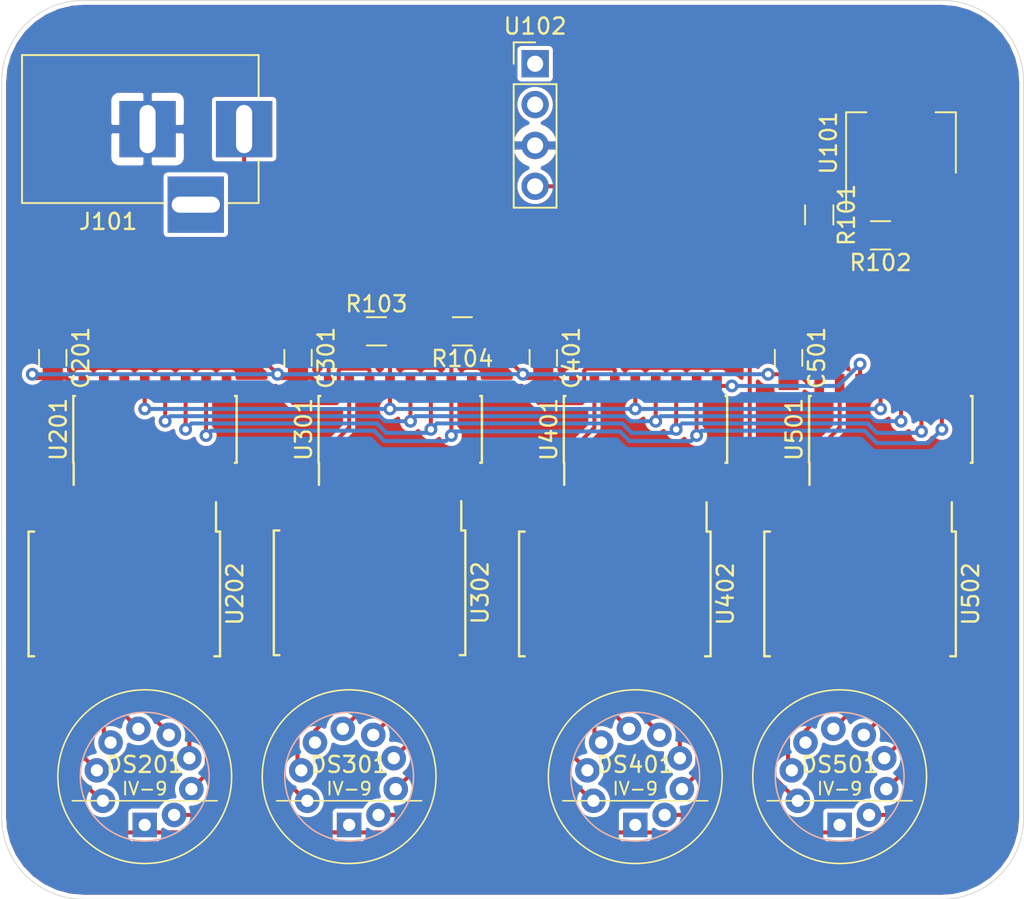
<source format=kicad_pcb>
(kicad_pcb (version 20171130) (host pcbnew "(5.1.2)-2")
  (layers (0 F.Cu signal) (31 B.Cu signal) (34 B.Paste user) (35 F.Paste user) (36 B.SilkS user) (37 F.SilkS user) (38 B.Mask user) (39 F.Mask user) (44 Edge.Cuts user))
  (net 0 "")
  (net 1 GND)
  (net 2 VCC)
  (net 3 "Net-(DS201-Pad9)")
  (net 4 "Net-(DS201-Pad8)")
  (net 5 "Net-(DS201-Pad7)")
  (net 6 "Net-(DS201-Pad6)")
  (net 7 "Net-(DS201-Pad5)")
  (net 8 "Net-(DS201-Pad4)")
  (net 9 "Net-(DS201-Pad3)")
  (net 10 "Net-(DS201-Pad2)")
  (net 11 VD)
  (net 12 "Net-(DS301-Pad9)")
  (net 13 "Net-(DS301-Pad8)")
  (net 14 "Net-(DS301-Pad7)")
  (net 15 "Net-(DS301-Pad6)")
  (net 16 "Net-(DS301-Pad5)")
  (net 17 "Net-(DS301-Pad4)")
  (net 18 "Net-(DS301-Pad3)")
  (net 19 "Net-(DS301-Pad2)")
  (net 20 "Net-(DS401-Pad2)")
  (net 21 "Net-(DS401-Pad3)")
  (net 22 "Net-(DS401-Pad4)")
  (net 23 "Net-(DS401-Pad5)")
  (net 24 "Net-(DS401-Pad6)")
  (net 25 "Net-(DS401-Pad7)")
  (net 26 "Net-(DS401-Pad8)")
  (net 27 "Net-(DS401-Pad9)")
  (net 28 "Net-(DS501-Pad2)")
  (net 29 "Net-(DS501-Pad3)")
  (net 30 "Net-(DS501-Pad4)")
  (net 31 "Net-(DS501-Pad5)")
  (net 32 "Net-(DS501-Pad6)")
  (net 33 "Net-(DS501-Pad7)")
  (net 34 "Net-(DS501-Pad8)")
  (net 35 "Net-(DS501-Pad9)")
  (net 36 "Net-(J101-Pad3)")
  (net 37 "Net-(R101-Pad1)")
  (net 38 /DigitA/~OE)
  (net 39 /DigitA/~SRCLR)
  (net 40 "Net-(U102-Pad1)")
  (net 41 "Net-(U102-Pad2)")
  (net 42 "Net-(U201-Pad1)")
  (net 43 "Net-(U201-Pad2)")
  (net 44 "Net-(U201-Pad3)")
  (net 45 "Net-(U201-Pad4)")
  (net 46 "Net-(U201-Pad5)")
  (net 47 "Net-(U201-Pad6)")
  (net 48 "Net-(U201-Pad7)")
  (net 49 /DigitA/CASC)
  (net 50 /DigitA/SRCLK)
  (net 51 /DigitA/RCLK)
  (net 52 /DigitA/SER)
  (net 53 "Net-(U201-Pad15)")
  (net 54 "Net-(U301-Pad15)")
  (net 55 /DigitB/CASC)
  (net 56 "Net-(U301-Pad7)")
  (net 57 "Net-(U301-Pad6)")
  (net 58 "Net-(U301-Pad5)")
  (net 59 "Net-(U301-Pad4)")
  (net 60 "Net-(U301-Pad3)")
  (net 61 "Net-(U301-Pad2)")
  (net 62 "Net-(U301-Pad1)")
  (net 63 "Net-(U401-Pad15)")
  (net 64 /DigitC/CASC)
  (net 65 "Net-(U401-Pad7)")
  (net 66 "Net-(U401-Pad6)")
  (net 67 "Net-(U401-Pad5)")
  (net 68 "Net-(U401-Pad4)")
  (net 69 "Net-(U401-Pad3)")
  (net 70 "Net-(U401-Pad2)")
  (net 71 "Net-(U401-Pad1)")
  (net 72 "Net-(U501-Pad1)")
  (net 73 "Net-(U501-Pad2)")
  (net 74 "Net-(U501-Pad3)")
  (net 75 "Net-(U501-Pad4)")
  (net 76 "Net-(U501-Pad5)")
  (net 77 "Net-(U501-Pad6)")
  (net 78 "Net-(U501-Pad7)")
  (net 79 /DigitD/CASC)
  (net 80 "Net-(U501-Pad15)")
  (module Capacitors_SMD:C_0805_HandSoldering (layer F.Cu) (at 94.615 60.325 270)
    (fp_text reference C201 (at 0 -1.75 90) (layer F.SilkS))
    (fp_text value 0μ1)
    (pad 1 smd rect (at -1.25 0 270) (size 1.5 1.25) (layers F.Cu F.Paste F.Mask) (net 1 GND))
    (pad 2 smd rect (at 1.25 0 270) (size 1.5 1.25) (layers F.Cu F.Paste F.Mask) (net 2 VCC))
  )
  (module Capacitors_SMD:C_0805_HandSoldering (layer F.Cu) (at 109.855 60.325 270)
    (fp_text reference C301 (at 0 -1.75 90) (layer F.SilkS))
    (fp_text value 0μ1)
    (pad 2 smd rect (at 1.25 0 270) (size 1.5 1.25) (layers F.Cu F.Paste F.Mask) (net 2 VCC))
    (pad 1 smd rect (at -1.25 0 270) (size 1.5 1.25) (layers F.Cu F.Paste F.Mask) (net 1 GND))
  )
  (module Capacitors_SMD:C_0805_HandSoldering (layer F.Cu) (at 125.095 60.325 270)
    (fp_text reference C401 (at 0 -1.75 90) (layer F.SilkS))
    (fp_text value 0μ1)
    (pad 2 smd rect (at 1.25 0 270) (size 1.5 1.25) (layers F.Cu F.Paste F.Mask) (net 2 VCC))
    (pad 1 smd rect (at -1.25 0 270) (size 1.5 1.25) (layers F.Cu F.Paste F.Mask) (net 1 GND))
  )
  (module Capacitors_SMD:C_0805_HandSoldering (layer F.Cu) (at 140.335 60.325 270)
    (fp_text reference C501 (at 0 -1.75 90) (layer F.SilkS))
    (fp_text value 0μ1)
    (pad 1 smd rect (at -1.25 0 270) (size 1.5 1.25) (layers F.Cu F.Paste F.Mask) (net 1 GND))
    (pad 2 smd rect (at 1.25 0 270) (size 1.5 1.25) (layers F.Cu F.Paste F.Mask) (net 2 VCC))
  )
  (module Own:IV-9 (layer F.Cu) (at 100.33 86.36)
    (fp_text reference DS201 (at 0 -0.75 180) (layer F.SilkS))
    (fp_text value IV-9 (at 0 0.75 180) (layer F.SilkS) (effects (font (size 0.8 0.8) (thickness 0.12))))
    (pad 9 thru_hole circle (at -2.598076 1.5 180) (size 1.524 1.524) (drill 0.762) (layers *.Cu *.Mask) (net 3 "Net-(DS201-Pad9)"))
    (pad 8 thru_hole circle (at -2.974335 -0.391579 180) (size 1.524 1.524) (drill 0.762) (layers *.Cu *.Mask) (net 4 "Net-(DS201-Pad8)"))
    (pad 7 thru_hole circle (at -2.12132 -2.12132 180) (size 1.524 1.524) (drill 0.762) (layers *.Cu *.Mask) (net 5 "Net-(DS201-Pad7)"))
    (pad 6 thru_hole circle (at -0.391579 -2.974335 180) (size 1.524 1.524) (drill 0.762) (layers *.Cu *.Mask) (net 6 "Net-(DS201-Pad6)"))
    (pad 5 thru_hole circle (at 1.5 -2.598076 180) (size 1.524 1.524) (drill 0.762) (layers *.Cu *.Mask) (net 7 "Net-(DS201-Pad5)"))
    (pad 4 thru_hole circle (at 2.771639 -1.14805 180) (size 1.524 1.524) (drill 0.762) (layers *.Cu *.Mask) (net 8 "Net-(DS201-Pad4)"))
    (pad 3 thru_hole circle (at 2.897777 0.776457 180) (size 1.524 1.524) (drill 0.762) (layers *.Cu *.Mask) (net 9 "Net-(DS201-Pad3)"))
    (pad 2 thru_hole circle (at 1.826284 2.38006 180) (size 1.524 1.524) (drill 0.762) (layers *.Cu *.Mask) (net 10 "Net-(DS201-Pad2)"))
    (pad 1 thru_hole rect (at 0 3 180) (size 1.524 1.524) (drill 0.762) (layers *.Cu *.Mask) (net 11 VD))
  )
  (module Own:IV-9 (layer F.Cu) (at 113.03 86.36)
    (fp_text reference DS301 (at 0 -0.75 180) (layer F.SilkS))
    (fp_text value IV-9 (at 0 0.75 180) (layer F.SilkS) (effects (font (size 0.8 0.8) (thickness 0.12))))
    (pad 9 thru_hole circle (at -2.598076 1.5 180) (size 1.524 1.524) (drill 0.762) (layers *.Cu *.Mask) (net 12 "Net-(DS301-Pad9)"))
    (pad 8 thru_hole circle (at -2.974335 -0.391579 180) (size 1.524 1.524) (drill 0.762) (layers *.Cu *.Mask) (net 13 "Net-(DS301-Pad8)"))
    (pad 7 thru_hole circle (at -2.12132 -2.12132 180) (size 1.524 1.524) (drill 0.762) (layers *.Cu *.Mask) (net 14 "Net-(DS301-Pad7)"))
    (pad 6 thru_hole circle (at -0.391579 -2.974335 180) (size 1.524 1.524) (drill 0.762) (layers *.Cu *.Mask) (net 15 "Net-(DS301-Pad6)"))
    (pad 5 thru_hole circle (at 1.5 -2.598076 180) (size 1.524 1.524) (drill 0.762) (layers *.Cu *.Mask) (net 16 "Net-(DS301-Pad5)"))
    (pad 4 thru_hole circle (at 2.771639 -1.14805 180) (size 1.524 1.524) (drill 0.762) (layers *.Cu *.Mask) (net 17 "Net-(DS301-Pad4)"))
    (pad 3 thru_hole circle (at 2.897777 0.776457 180) (size 1.524 1.524) (drill 0.762) (layers *.Cu *.Mask) (net 18 "Net-(DS301-Pad3)"))
    (pad 2 thru_hole circle (at 1.826284 2.38006 180) (size 1.524 1.524) (drill 0.762) (layers *.Cu *.Mask) (net 19 "Net-(DS301-Pad2)"))
    (pad 1 thru_hole rect (at 0 3 180) (size 1.524 1.524) (drill 0.762) (layers *.Cu *.Mask) (net 11 VD))
  )
  (module Own:IV-9 (layer F.Cu) (at 130.81 86.36)
    (fp_text reference DS401 (at 0 -0.75 180) (layer F.SilkS))
    (fp_text value IV-9 (at 0 0.75 180) (layer F.SilkS) (effects (font (size 0.8 0.8) (thickness 0.12))))
    (pad 1 thru_hole rect (at 0 3 180) (size 1.524 1.524) (drill 0.762) (layers *.Cu *.Mask) (net 11 VD))
    (pad 2 thru_hole circle (at 1.826284 2.38006 180) (size 1.524 1.524) (drill 0.762) (layers *.Cu *.Mask) (net 20 "Net-(DS401-Pad2)"))
    (pad 3 thru_hole circle (at 2.897777 0.776457 180) (size 1.524 1.524) (drill 0.762) (layers *.Cu *.Mask) (net 21 "Net-(DS401-Pad3)"))
    (pad 4 thru_hole circle (at 2.771639 -1.14805 180) (size 1.524 1.524) (drill 0.762) (layers *.Cu *.Mask) (net 22 "Net-(DS401-Pad4)"))
    (pad 5 thru_hole circle (at 1.5 -2.598076 180) (size 1.524 1.524) (drill 0.762) (layers *.Cu *.Mask) (net 23 "Net-(DS401-Pad5)"))
    (pad 6 thru_hole circle (at -0.391579 -2.974335 180) (size 1.524 1.524) (drill 0.762) (layers *.Cu *.Mask) (net 24 "Net-(DS401-Pad6)"))
    (pad 7 thru_hole circle (at -2.12132 -2.12132 180) (size 1.524 1.524) (drill 0.762) (layers *.Cu *.Mask) (net 25 "Net-(DS401-Pad7)"))
    (pad 8 thru_hole circle (at -2.974335 -0.391579 180) (size 1.524 1.524) (drill 0.762) (layers *.Cu *.Mask) (net 26 "Net-(DS401-Pad8)"))
    (pad 9 thru_hole circle (at -2.598076 1.5 180) (size 1.524 1.524) (drill 0.762) (layers *.Cu *.Mask) (net 27 "Net-(DS401-Pad9)"))
  )
  (module Own:IV-9 (layer F.Cu) (at 143.51 86.36)
    (fp_text reference DS501 (at 0 -0.75 180) (layer F.SilkS))
    (fp_text value IV-9 (at 0 0.75 180) (layer F.SilkS) (effects (font (size 0.8 0.8) (thickness 0.12))))
    (pad 1 thru_hole rect (at 0 3 180) (size 1.524 1.524) (drill 0.762) (layers *.Cu *.Mask) (net 11 VD))
    (pad 2 thru_hole circle (at 1.826284 2.38006 180) (size 1.524 1.524) (drill 0.762) (layers *.Cu *.Mask) (net 28 "Net-(DS501-Pad2)"))
    (pad 3 thru_hole circle (at 2.897777 0.776457 180) (size 1.524 1.524) (drill 0.762) (layers *.Cu *.Mask) (net 29 "Net-(DS501-Pad3)"))
    (pad 4 thru_hole circle (at 2.771639 -1.14805 180) (size 1.524 1.524) (drill 0.762) (layers *.Cu *.Mask) (net 30 "Net-(DS501-Pad4)"))
    (pad 5 thru_hole circle (at 1.5 -2.598076 180) (size 1.524 1.524) (drill 0.762) (layers *.Cu *.Mask) (net 31 "Net-(DS501-Pad5)"))
    (pad 6 thru_hole circle (at -0.391579 -2.974335 180) (size 1.524 1.524) (drill 0.762) (layers *.Cu *.Mask) (net 32 "Net-(DS501-Pad6)"))
    (pad 7 thru_hole circle (at -2.12132 -2.12132 180) (size 1.524 1.524) (drill 0.762) (layers *.Cu *.Mask) (net 33 "Net-(DS501-Pad7)"))
    (pad 8 thru_hole circle (at -2.974335 -0.391579 180) (size 1.524 1.524) (drill 0.762) (layers *.Cu *.Mask) (net 34 "Net-(DS501-Pad8)"))
    (pad 9 thru_hole circle (at -2.598076 1.5 180) (size 1.524 1.524) (drill 0.762) (layers *.Cu *.Mask) (net 35 "Net-(DS501-Pad9)"))
  )
  (module Connectors:BARREL_JACK (layer F.Cu) (at 106.505 46.1)
    (fp_text reference J101 (at -8.45 5.75 180) (layer F.SilkS))
    (fp_text value Barrel_Jack_Switch)
    (pad 3 thru_hole rect (at -3 4.7) (size 3.5 3.5) (drill oval 3 1) (layers *.Cu *.Mask) (net 36 "Net-(J101-Pad3)"))
    (pad 2 thru_hole rect (at -6 0) (size 3.5 3.5) (drill oval 1 3) (layers *.Cu *.Mask) (net 1 GND))
    (pad 1 thru_hole rect (at 0 0) (size 3.5 3.5) (drill oval 1 3) (layers *.Cu *.Mask) (net 2 VCC))
  )
  (module Resistors_SMD:R_0805_HandSoldering (layer F.Cu) (at 142.24 51.435 270)
    (fp_text reference R101 (at 0 -1.7 90) (layer F.SilkS))
    (fp_text value 150)
    (pad 1 smd rect (at -1.35 0 270) (size 1.5 1.3) (layers F.Cu F.Paste F.Mask) (net 37 "Net-(R101-Pad1)"))
    (pad 2 smd rect (at 1.35 0 270) (size 1.5 1.3) (layers F.Cu F.Paste F.Mask) (net 1 GND))
  )
  (module Resistors_SMD:R_0805_HandSoldering (layer F.Cu) (at 146.05 52.705 180)
    (fp_text reference R102 (at 0 -1.7) (layer F.SilkS))
    (fp_text value 100)
    (pad 2 smd rect (at 1.35 0 180) (size 1.5 1.3) (layers F.Cu F.Paste F.Mask) (net 37 "Net-(R101-Pad1)"))
    (pad 1 smd rect (at -1.35 0 180) (size 1.5 1.3) (layers F.Cu F.Paste F.Mask) (net 11 VD))
  )
  (module Resistors_SMD:R_0805_HandSoldering (layer F.Cu) (at 114.728 58.674)
    (fp_text reference R103 (at 0 -1.7) (layer F.SilkS))
    (fp_text value 10k)
    (pad 2 smd rect (at 1.35 0) (size 1.5 1.3) (layers F.Cu F.Paste F.Mask) (net 38 /DigitA/~OE))
    (pad 1 smd rect (at -1.35 0) (size 1.5 1.3) (layers F.Cu F.Paste F.Mask) (net 2 VCC))
  )
  (module Resistors_SMD:R_0805_HandSoldering (layer F.Cu) (at 120.062 58.674 180)
    (fp_text reference R104 (at 0 -1.7) (layer F.SilkS))
    (fp_text value 10k)
    (pad 1 smd rect (at -1.35 0 180) (size 1.5 1.3) (layers F.Cu F.Paste F.Mask) (net 2 VCC))
    (pad 2 smd rect (at 1.35 0 180) (size 1.5 1.3) (layers F.Cu F.Paste F.Mask) (net 39 /DigitA/~SRCLR))
  )
  (module TO_SOT_Packages_SMD:SOT-223 (layer F.Cu) (at 147.32 46.965 90)
    (fp_text reference U101 (at 0 -4.5 90) (layer F.SilkS))
    (fp_text value AMS1117)
    (pad 1 smd rect (at -3.15 -2.3 90) (size 2 1.5) (layers F.Cu F.Paste F.Mask) (net 37 "Net-(R101-Pad1)"))
    (pad 3 smd rect (at -3.15 2.3 90) (size 2 1.5) (layers F.Cu F.Paste F.Mask) (net 2 VCC))
    (pad 2 smd rect (at -3.15 0 90) (size 2 1.5) (layers F.Cu F.Paste F.Mask) (net 11 VD))
    (pad 4 smd rect (at 3.15 0 90) (size 2 3.8) (layers F.Cu F.Paste F.Mask))
  )
  (module Own:DCF1 (layer F.Cu) (at 124.587 42.037)
    (fp_text reference U102 (at 0 -2.33) (layer F.SilkS))
    (fp_text value DCF1)
    (pad 1 thru_hole rect (at 0 0) (size 1.7 1.7) (drill 1) (layers *.Cu *.Mask) (net 40 "Net-(U102-Pad1)"))
    (pad 2 thru_hole oval (at 0 2.54) (size 1.7 1.7) (drill 1) (layers *.Cu *.Mask) (net 41 "Net-(U102-Pad2)"))
    (pad 3 thru_hole oval (at 0 5.08) (size 1.7 1.7) (drill 1) (layers *.Cu *.Mask) (net 1 GND))
    (pad 4 thru_hole oval (at 0 7.62) (size 1.7 1.7) (drill 1) (layers *.Cu *.Mask) (net 11 VD))
  )
  (module SOIC-16_3.9x9.9mm_Pitch1.27mm (layer F.Cu) (at 100.965 64.77 90)
    (fp_text reference U201 (at 0 -6 90) (layer F.SilkS))
    (fp_text value 74HC595)
    (pad 1 smd rect (at -2.7 -4.445 90) (size 1.5 0.6) (layers F.Cu F.Paste F.Mask) (net 42 "Net-(U201-Pad1)"))
    (pad 2 smd rect (at -2.7 -3.175 90) (size 1.5 0.6) (layers F.Cu F.Paste F.Mask) (net 43 "Net-(U201-Pad2)"))
    (pad 3 smd rect (at -2.7 -1.905 90) (size 1.5 0.6) (layers F.Cu F.Paste F.Mask) (net 44 "Net-(U201-Pad3)"))
    (pad 4 smd rect (at -2.7 -0.635 90) (size 1.5 0.6) (layers F.Cu F.Paste F.Mask) (net 45 "Net-(U201-Pad4)"))
    (pad 5 smd rect (at -2.7 0.635 90) (size 1.5 0.6) (layers F.Cu F.Paste F.Mask) (net 46 "Net-(U201-Pad5)"))
    (pad 6 smd rect (at -2.7 1.905 90) (size 1.5 0.6) (layers F.Cu F.Paste F.Mask) (net 47 "Net-(U201-Pad6)"))
    (pad 7 smd rect (at -2.7 3.175 90) (size 1.5 0.6) (layers F.Cu F.Paste F.Mask) (net 48 "Net-(U201-Pad7)"))
    (pad 8 smd rect (at -2.7 4.445 90) (size 1.5 0.6) (layers F.Cu F.Paste F.Mask) (net 1 GND))
    (pad 9 smd rect (at 2.7 4.445 90) (size 1.5 0.6) (layers F.Cu F.Paste F.Mask) (net 49 /DigitA/CASC))
    (pad 10 smd rect (at 2.7 3.175 90) (size 1.5 0.6) (layers F.Cu F.Paste F.Mask) (net 39 /DigitA/~SRCLR))
    (pad 11 smd rect (at 2.7 1.905 90) (size 1.5 0.6) (layers F.Cu F.Paste F.Mask) (net 50 /DigitA/SRCLK))
    (pad 12 smd rect (at 2.7 0.635 90) (size 1.5 0.6) (layers F.Cu F.Paste F.Mask) (net 51 /DigitA/RCLK))
    (pad 13 smd rect (at 2.7 -0.635 90) (size 1.5 0.6) (layers F.Cu F.Paste F.Mask) (net 38 /DigitA/~OE))
    (pad 14 smd rect (at 2.7 -1.905 90) (size 1.5 0.6) (layers F.Cu F.Paste F.Mask) (net 52 /DigitA/SER))
    (pad 15 smd rect (at 2.7 -3.175 90) (size 1.5 0.6) (layers F.Cu F.Paste F.Mask) (net 53 "Net-(U201-Pad15)"))
    (pad 16 smd rect (at 2.7 -4.445 90) (size 1.5 0.6) (layers F.Cu F.Paste F.Mask) (net 2 VCC))
  )
  (module Housings_SOIC:SOIC-18W_7.5x11.6mm_Pitch1.27mm (layer F.Cu) (at 99.06 75 270)
    (fp_text reference U202 (at 0 -6.875 90) (layer F.SilkS))
    (fp_text value ULN2803A)
    (pad 18 smd rect (at 4.7 -5.08 270) (size 2 0.6) (layers F.Cu F.Paste F.Mask) (net 10 "Net-(DS201-Pad2)"))
    (pad 17 smd rect (at 4.7 -3.81 270) (size 2 0.6) (layers F.Cu F.Paste F.Mask) (net 9 "Net-(DS201-Pad3)"))
    (pad 16 smd rect (at 4.7 -2.54 270) (size 2 0.6) (layers F.Cu F.Paste F.Mask) (net 8 "Net-(DS201-Pad4)"))
    (pad 15 smd rect (at 4.7 -1.27 270) (size 2 0.6) (layers F.Cu F.Paste F.Mask) (net 7 "Net-(DS201-Pad5)"))
    (pad 14 smd rect (at 4.7 0 270) (size 2 0.6) (layers F.Cu F.Paste F.Mask) (net 6 "Net-(DS201-Pad6)"))
    (pad 13 smd rect (at 4.7 1.27 270) (size 2 0.6) (layers F.Cu F.Paste F.Mask) (net 5 "Net-(DS201-Pad7)"))
    (pad 12 smd rect (at 4.7 2.54 270) (size 2 0.6) (layers F.Cu F.Paste F.Mask) (net 4 "Net-(DS201-Pad8)"))
    (pad 11 smd rect (at 4.7 3.81 270) (size 2 0.6) (layers F.Cu F.Paste F.Mask) (net 3 "Net-(DS201-Pad9)"))
    (pad 10 smd rect (at 4.7 5.08 270) (size 2 0.6) (layers F.Cu F.Paste F.Mask) (net 11 VD))
    (pad 9 smd rect (at -4.7 5.08 270) (size 2 0.6) (layers F.Cu F.Paste F.Mask) (net 1 GND))
    (pad 8 smd rect (at -4.7 3.81 270) (size 2 0.6) (layers F.Cu F.Paste F.Mask) (net 53 "Net-(U201-Pad15)"))
    (pad 7 smd rect (at -4.7 2.54 270) (size 2 0.6) (layers F.Cu F.Paste F.Mask) (net 42 "Net-(U201-Pad1)"))
    (pad 6 smd rect (at -4.7 1.27 270) (size 2 0.6) (layers F.Cu F.Paste F.Mask) (net 43 "Net-(U201-Pad2)"))
    (pad 5 smd rect (at -4.7 0 270) (size 2 0.6) (layers F.Cu F.Paste F.Mask) (net 44 "Net-(U201-Pad3)"))
    (pad 4 smd rect (at -4.7 -1.27 270) (size 2 0.6) (layers F.Cu F.Paste F.Mask) (net 45 "Net-(U201-Pad4)"))
    (pad 3 smd rect (at -4.7 -2.54 270) (size 2 0.6) (layers F.Cu F.Paste F.Mask) (net 46 "Net-(U201-Pad5)"))
    (pad 2 smd rect (at -4.7 -3.81 270) (size 2 0.6) (layers F.Cu F.Paste F.Mask) (net 47 "Net-(U201-Pad6)"))
    (pad 1 smd rect (at -4.7 -5.08 270) (size 2 0.6) (layers F.Cu F.Paste F.Mask) (net 48 "Net-(U201-Pad7)"))
  )
  (module SOIC-16_3.9x9.9mm_Pitch1.27mm (layer F.Cu) (at 116.205 64.77 90)
    (fp_text reference U301 (at 0 -6 90) (layer F.SilkS))
    (fp_text value 74HC595)
    (pad 16 smd rect (at 2.7 -4.445 90) (size 1.5 0.6) (layers F.Cu F.Paste F.Mask) (net 2 VCC))
    (pad 15 smd rect (at 2.7 -3.175 90) (size 1.5 0.6) (layers F.Cu F.Paste F.Mask) (net 54 "Net-(U301-Pad15)"))
    (pad 14 smd rect (at 2.7 -1.905 90) (size 1.5 0.6) (layers F.Cu F.Paste F.Mask) (net 49 /DigitA/CASC))
    (pad 13 smd rect (at 2.7 -0.635 90) (size 1.5 0.6) (layers F.Cu F.Paste F.Mask) (net 38 /DigitA/~OE))
    (pad 12 smd rect (at 2.7 0.635 90) (size 1.5 0.6) (layers F.Cu F.Paste F.Mask) (net 51 /DigitA/RCLK))
    (pad 11 smd rect (at 2.7 1.905 90) (size 1.5 0.6) (layers F.Cu F.Paste F.Mask) (net 50 /DigitA/SRCLK))
    (pad 10 smd rect (at 2.7 3.175 90) (size 1.5 0.6) (layers F.Cu F.Paste F.Mask) (net 39 /DigitA/~SRCLR))
    (pad 9 smd rect (at 2.7 4.445 90) (size 1.5 0.6) (layers F.Cu F.Paste F.Mask) (net 55 /DigitB/CASC))
    (pad 8 smd rect (at -2.7 4.445 90) (size 1.5 0.6) (layers F.Cu F.Paste F.Mask) (net 1 GND))
    (pad 7 smd rect (at -2.7 3.175 90) (size 1.5 0.6) (layers F.Cu F.Paste F.Mask) (net 56 "Net-(U301-Pad7)"))
    (pad 6 smd rect (at -2.7 1.905 90) (size 1.5 0.6) (layers F.Cu F.Paste F.Mask) (net 57 "Net-(U301-Pad6)"))
    (pad 5 smd rect (at -2.7 0.635 90) (size 1.5 0.6) (layers F.Cu F.Paste F.Mask) (net 58 "Net-(U301-Pad5)"))
    (pad 4 smd rect (at -2.7 -0.635 90) (size 1.5 0.6) (layers F.Cu F.Paste F.Mask) (net 59 "Net-(U301-Pad4)"))
    (pad 3 smd rect (at -2.7 -1.905 90) (size 1.5 0.6) (layers F.Cu F.Paste F.Mask) (net 60 "Net-(U301-Pad3)"))
    (pad 2 smd rect (at -2.7 -3.175 90) (size 1.5 0.6) (layers F.Cu F.Paste F.Mask) (net 61 "Net-(U301-Pad2)"))
    (pad 1 smd rect (at -2.7 -4.445 90) (size 1.5 0.6) (layers F.Cu F.Paste F.Mask) (net 62 "Net-(U301-Pad1)"))
  )
  (module Housings_SOIC:SOIC-18W_7.5x11.6mm_Pitch1.27mm (layer F.Cu) (at 114.3 74.93 270)
    (fp_text reference U302 (at 0 -6.875 90) (layer F.SilkS))
    (fp_text value ULN2803A)
    (pad 18 smd rect (at 4.7 -5.08 270) (size 2 0.6) (layers F.Cu F.Paste F.Mask) (net 19 "Net-(DS301-Pad2)"))
    (pad 17 smd rect (at 4.7 -3.81 270) (size 2 0.6) (layers F.Cu F.Paste F.Mask) (net 18 "Net-(DS301-Pad3)"))
    (pad 16 smd rect (at 4.7 -2.54 270) (size 2 0.6) (layers F.Cu F.Paste F.Mask) (net 17 "Net-(DS301-Pad4)"))
    (pad 15 smd rect (at 4.7 -1.27 270) (size 2 0.6) (layers F.Cu F.Paste F.Mask) (net 16 "Net-(DS301-Pad5)"))
    (pad 14 smd rect (at 4.7 0 270) (size 2 0.6) (layers F.Cu F.Paste F.Mask) (net 15 "Net-(DS301-Pad6)"))
    (pad 13 smd rect (at 4.7 1.27 270) (size 2 0.6) (layers F.Cu F.Paste F.Mask) (net 14 "Net-(DS301-Pad7)"))
    (pad 12 smd rect (at 4.7 2.54 270) (size 2 0.6) (layers F.Cu F.Paste F.Mask) (net 13 "Net-(DS301-Pad8)"))
    (pad 11 smd rect (at 4.7 3.81 270) (size 2 0.6) (layers F.Cu F.Paste F.Mask) (net 12 "Net-(DS301-Pad9)"))
    (pad 10 smd rect (at 4.7 5.08 270) (size 2 0.6) (layers F.Cu F.Paste F.Mask) (net 11 VD))
    (pad 9 smd rect (at -4.7 5.08 270) (size 2 0.6) (layers F.Cu F.Paste F.Mask) (net 1 GND))
    (pad 8 smd rect (at -4.7 3.81 270) (size 2 0.6) (layers F.Cu F.Paste F.Mask) (net 54 "Net-(U301-Pad15)"))
    (pad 7 smd rect (at -4.7 2.54 270) (size 2 0.6) (layers F.Cu F.Paste F.Mask) (net 62 "Net-(U301-Pad1)"))
    (pad 6 smd rect (at -4.7 1.27 270) (size 2 0.6) (layers F.Cu F.Paste F.Mask) (net 61 "Net-(U301-Pad2)"))
    (pad 5 smd rect (at -4.7 0 270) (size 2 0.6) (layers F.Cu F.Paste F.Mask) (net 60 "Net-(U301-Pad3)"))
    (pad 4 smd rect (at -4.7 -1.27 270) (size 2 0.6) (layers F.Cu F.Paste F.Mask) (net 59 "Net-(U301-Pad4)"))
    (pad 3 smd rect (at -4.7 -2.54 270) (size 2 0.6) (layers F.Cu F.Paste F.Mask) (net 58 "Net-(U301-Pad5)"))
    (pad 2 smd rect (at -4.7 -3.81 270) (size 2 0.6) (layers F.Cu F.Paste F.Mask) (net 57 "Net-(U301-Pad6)"))
    (pad 1 smd rect (at -4.7 -5.08 270) (size 2 0.6) (layers F.Cu F.Paste F.Mask) (net 56 "Net-(U301-Pad7)"))
  )
  (module SOIC-16_3.9x9.9mm_Pitch1.27mm (layer F.Cu) (at 131.445 64.77 90)
    (fp_text reference U401 (at 0 -6 90) (layer F.SilkS))
    (fp_text value 74HC595)
    (pad 16 smd rect (at 2.7 -4.445 90) (size 1.5 0.6) (layers F.Cu F.Paste F.Mask) (net 2 VCC))
    (pad 15 smd rect (at 2.7 -3.175 90) (size 1.5 0.6) (layers F.Cu F.Paste F.Mask) (net 63 "Net-(U401-Pad15)"))
    (pad 14 smd rect (at 2.7 -1.905 90) (size 1.5 0.6) (layers F.Cu F.Paste F.Mask) (net 55 /DigitB/CASC))
    (pad 13 smd rect (at 2.7 -0.635 90) (size 1.5 0.6) (layers F.Cu F.Paste F.Mask) (net 38 /DigitA/~OE))
    (pad 12 smd rect (at 2.7 0.635 90) (size 1.5 0.6) (layers F.Cu F.Paste F.Mask) (net 51 /DigitA/RCLK))
    (pad 11 smd rect (at 2.7 1.905 90) (size 1.5 0.6) (layers F.Cu F.Paste F.Mask) (net 50 /DigitA/SRCLK))
    (pad 10 smd rect (at 2.7 3.175 90) (size 1.5 0.6) (layers F.Cu F.Paste F.Mask) (net 39 /DigitA/~SRCLR))
    (pad 9 smd rect (at 2.7 4.445 90) (size 1.5 0.6) (layers F.Cu F.Paste F.Mask) (net 64 /DigitC/CASC))
    (pad 8 smd rect (at -2.7 4.445 90) (size 1.5 0.6) (layers F.Cu F.Paste F.Mask) (net 1 GND))
    (pad 7 smd rect (at -2.7 3.175 90) (size 1.5 0.6) (layers F.Cu F.Paste F.Mask) (net 65 "Net-(U401-Pad7)"))
    (pad 6 smd rect (at -2.7 1.905 90) (size 1.5 0.6) (layers F.Cu F.Paste F.Mask) (net 66 "Net-(U401-Pad6)"))
    (pad 5 smd rect (at -2.7 0.635 90) (size 1.5 0.6) (layers F.Cu F.Paste F.Mask) (net 67 "Net-(U401-Pad5)"))
    (pad 4 smd rect (at -2.7 -0.635 90) (size 1.5 0.6) (layers F.Cu F.Paste F.Mask) (net 68 "Net-(U401-Pad4)"))
    (pad 3 smd rect (at -2.7 -1.905 90) (size 1.5 0.6) (layers F.Cu F.Paste F.Mask) (net 69 "Net-(U401-Pad3)"))
    (pad 2 smd rect (at -2.7 -3.175 90) (size 1.5 0.6) (layers F.Cu F.Paste F.Mask) (net 70 "Net-(U401-Pad2)"))
    (pad 1 smd rect (at -2.7 -4.445 90) (size 1.5 0.6) (layers F.Cu F.Paste F.Mask) (net 71 "Net-(U401-Pad1)"))
  )
  (module Housings_SOIC:SOIC-18W_7.5x11.6mm_Pitch1.27mm (layer F.Cu) (at 129.54 75 270)
    (fp_text reference U402 (at 0 -6.875 90) (layer F.SilkS))
    (fp_text value ULN2803A)
    (pad 1 smd rect (at -4.7 -5.08 270) (size 2 0.6) (layers F.Cu F.Paste F.Mask) (net 65 "Net-(U401-Pad7)"))
    (pad 2 smd rect (at -4.7 -3.81 270) (size 2 0.6) (layers F.Cu F.Paste F.Mask) (net 66 "Net-(U401-Pad6)"))
    (pad 3 smd rect (at -4.7 -2.54 270) (size 2 0.6) (layers F.Cu F.Paste F.Mask) (net 67 "Net-(U401-Pad5)"))
    (pad 4 smd rect (at -4.7 -1.27 270) (size 2 0.6) (layers F.Cu F.Paste F.Mask) (net 68 "Net-(U401-Pad4)"))
    (pad 5 smd rect (at -4.7 0 270) (size 2 0.6) (layers F.Cu F.Paste F.Mask) (net 69 "Net-(U401-Pad3)"))
    (pad 6 smd rect (at -4.7 1.27 270) (size 2 0.6) (layers F.Cu F.Paste F.Mask) (net 70 "Net-(U401-Pad2)"))
    (pad 7 smd rect (at -4.7 2.54 270) (size 2 0.6) (layers F.Cu F.Paste F.Mask) (net 71 "Net-(U401-Pad1)"))
    (pad 8 smd rect (at -4.7 3.81 270) (size 2 0.6) (layers F.Cu F.Paste F.Mask) (net 63 "Net-(U401-Pad15)"))
    (pad 9 smd rect (at -4.7 5.08 270) (size 2 0.6) (layers F.Cu F.Paste F.Mask) (net 1 GND))
    (pad 10 smd rect (at 4.7 5.08 270) (size 2 0.6) (layers F.Cu F.Paste F.Mask) (net 11 VD))
    (pad 11 smd rect (at 4.7 3.81 270) (size 2 0.6) (layers F.Cu F.Paste F.Mask) (net 27 "Net-(DS401-Pad9)"))
    (pad 12 smd rect (at 4.7 2.54 270) (size 2 0.6) (layers F.Cu F.Paste F.Mask) (net 26 "Net-(DS401-Pad8)"))
    (pad 13 smd rect (at 4.7 1.27 270) (size 2 0.6) (layers F.Cu F.Paste F.Mask) (net 25 "Net-(DS401-Pad7)"))
    (pad 14 smd rect (at 4.7 0 270) (size 2 0.6) (layers F.Cu F.Paste F.Mask) (net 24 "Net-(DS401-Pad6)"))
    (pad 15 smd rect (at 4.7 -1.27 270) (size 2 0.6) (layers F.Cu F.Paste F.Mask) (net 23 "Net-(DS401-Pad5)"))
    (pad 16 smd rect (at 4.7 -2.54 270) (size 2 0.6) (layers F.Cu F.Paste F.Mask) (net 22 "Net-(DS401-Pad4)"))
    (pad 17 smd rect (at 4.7 -3.81 270) (size 2 0.6) (layers F.Cu F.Paste F.Mask) (net 21 "Net-(DS401-Pad3)"))
    (pad 18 smd rect (at 4.7 -5.08 270) (size 2 0.6) (layers F.Cu F.Paste F.Mask) (net 20 "Net-(DS401-Pad2)"))
  )
  (module SOIC-16_3.9x9.9mm_Pitch1.27mm (layer F.Cu) (at 146.685 64.77 90)
    (fp_text reference U501 (at 0 -6 90) (layer F.SilkS))
    (fp_text value 74HC595)
    (pad 1 smd rect (at -2.7 -4.445 90) (size 1.5 0.6) (layers F.Cu F.Paste F.Mask) (net 72 "Net-(U501-Pad1)"))
    (pad 2 smd rect (at -2.7 -3.175 90) (size 1.5 0.6) (layers F.Cu F.Paste F.Mask) (net 73 "Net-(U501-Pad2)"))
    (pad 3 smd rect (at -2.7 -1.905 90) (size 1.5 0.6) (layers F.Cu F.Paste F.Mask) (net 74 "Net-(U501-Pad3)"))
    (pad 4 smd rect (at -2.7 -0.635 90) (size 1.5 0.6) (layers F.Cu F.Paste F.Mask) (net 75 "Net-(U501-Pad4)"))
    (pad 5 smd rect (at -2.7 0.635 90) (size 1.5 0.6) (layers F.Cu F.Paste F.Mask) (net 76 "Net-(U501-Pad5)"))
    (pad 6 smd rect (at -2.7 1.905 90) (size 1.5 0.6) (layers F.Cu F.Paste F.Mask) (net 77 "Net-(U501-Pad6)"))
    (pad 7 smd rect (at -2.7 3.175 90) (size 1.5 0.6) (layers F.Cu F.Paste F.Mask) (net 78 "Net-(U501-Pad7)"))
    (pad 8 smd rect (at -2.7 4.445 90) (size 1.5 0.6) (layers F.Cu F.Paste F.Mask) (net 1 GND))
    (pad 9 smd rect (at 2.7 4.445 90) (size 1.5 0.6) (layers F.Cu F.Paste F.Mask) (net 79 /DigitD/CASC))
    (pad 10 smd rect (at 2.7 3.175 90) (size 1.5 0.6) (layers F.Cu F.Paste F.Mask) (net 39 /DigitA/~SRCLR))
    (pad 11 smd rect (at 2.7 1.905 90) (size 1.5 0.6) (layers F.Cu F.Paste F.Mask) (net 50 /DigitA/SRCLK))
    (pad 12 smd rect (at 2.7 0.635 90) (size 1.5 0.6) (layers F.Cu F.Paste F.Mask) (net 51 /DigitA/RCLK))
    (pad 13 smd rect (at 2.7 -0.635 90) (size 1.5 0.6) (layers F.Cu F.Paste F.Mask) (net 38 /DigitA/~OE))
    (pad 14 smd rect (at 2.7 -1.905 90) (size 1.5 0.6) (layers F.Cu F.Paste F.Mask) (net 64 /DigitC/CASC))
    (pad 15 smd rect (at 2.7 -3.175 90) (size 1.5 0.6) (layers F.Cu F.Paste F.Mask) (net 80 "Net-(U501-Pad15)"))
    (pad 16 smd rect (at 2.7 -4.445 90) (size 1.5 0.6) (layers F.Cu F.Paste F.Mask) (net 2 VCC))
  )
  (module Housings_SOIC:SOIC-18W_7.5x11.6mm_Pitch1.27mm (layer F.Cu) (at 144.78 75 270)
    (fp_text reference U502 (at 0 -6.875 90) (layer F.SilkS))
    (fp_text value ULN2803A)
    (pad 1 smd rect (at -4.7 -5.08 270) (size 2 0.6) (layers F.Cu F.Paste F.Mask) (net 78 "Net-(U501-Pad7)"))
    (pad 2 smd rect (at -4.7 -3.81 270) (size 2 0.6) (layers F.Cu F.Paste F.Mask) (net 77 "Net-(U501-Pad6)"))
    (pad 3 smd rect (at -4.7 -2.54 270) (size 2 0.6) (layers F.Cu F.Paste F.Mask) (net 76 "Net-(U501-Pad5)"))
    (pad 4 smd rect (at -4.7 -1.27 270) (size 2 0.6) (layers F.Cu F.Paste F.Mask) (net 75 "Net-(U501-Pad4)"))
    (pad 5 smd rect (at -4.7 0 270) (size 2 0.6) (layers F.Cu F.Paste F.Mask) (net 74 "Net-(U501-Pad3)"))
    (pad 6 smd rect (at -4.7 1.27 270) (size 2 0.6) (layers F.Cu F.Paste F.Mask) (net 73 "Net-(U501-Pad2)"))
    (pad 7 smd rect (at -4.7 2.54 270) (size 2 0.6) (layers F.Cu F.Paste F.Mask) (net 72 "Net-(U501-Pad1)"))
    (pad 8 smd rect (at -4.7 3.81 270) (size 2 0.6) (layers F.Cu F.Paste F.Mask) (net 80 "Net-(U501-Pad15)"))
    (pad 9 smd rect (at -4.7 5.08 270) (size 2 0.6) (layers F.Cu F.Paste F.Mask) (net 1 GND))
    (pad 10 smd rect (at 4.7 5.08 270) (size 2 0.6) (layers F.Cu F.Paste F.Mask) (net 11 VD))
    (pad 11 smd rect (at 4.7 3.81 270) (size 2 0.6) (layers F.Cu F.Paste F.Mask) (net 35 "Net-(DS501-Pad9)"))
    (pad 12 smd rect (at 4.7 2.54 270) (size 2 0.6) (layers F.Cu F.Paste F.Mask) (net 34 "Net-(DS501-Pad8)"))
    (pad 13 smd rect (at 4.7 1.27 270) (size 2 0.6) (layers F.Cu F.Paste F.Mask) (net 33 "Net-(DS501-Pad7)"))
    (pad 14 smd rect (at 4.7 0 270) (size 2 0.6) (layers F.Cu F.Paste F.Mask) (net 32 "Net-(DS501-Pad6)"))
    (pad 15 smd rect (at 4.7 -1.27 270) (size 2 0.6) (layers F.Cu F.Paste F.Mask) (net 31 "Net-(DS501-Pad5)"))
    (pad 16 smd rect (at 4.7 -2.54 270) (size 2 0.6) (layers F.Cu F.Paste F.Mask) (net 30 "Net-(DS501-Pad4)"))
    (pad 17 smd rect (at 4.7 -3.81 270) (size 2 0.6) (layers F.Cu F.Paste F.Mask) (net 29 "Net-(DS501-Pad3)"))
    (pad 18 smd rect (at 4.7 -5.08 270) (size 2 0.6) (layers F.Cu F.Paste F.Mask) (net 28 "Net-(DS501-Pad2)"))
  )
  (gr_arc (start 96.52 88.9) (end 91.44 88.9) (angle -90) (layer Edge.Cuts) (width 0.05))
  (gr_arc (start 149.86 88.9) (end 149.86 93.98) (angle -90) (layer Edge.Cuts) (width 0.05))
  (gr_line (start 91.44 43.18) (end 91.44 88.9) (layer Edge.Cuts) (width 0.05))
  (gr_line (start 149.86 38.1) (end 96.52 38.1) (layer Edge.Cuts) (width 0.05))
  (gr_line (start 154.94 88.9) (end 154.94 43.18) (layer Edge.Cuts) (width 0.05))
  (gr_line (start 96.52 93.98) (end 149.86 93.98) (layer Edge.Cuts) (width 0.05))
  (gr_arc (start 96.52 43.18) (end 96.52 38.1) (angle -90) (layer Edge.Cuts) (width 0.05))
  (gr_arc (start 149.86 43.18) (end 154.94 43.18) (angle -90) (layer Edge.Cuts) (width 0.05))
  (segment (start 96.52 62.07) (end 95.979 62.07) (width 0.25) (layer F.Cu) (net 2))
  (segment (start 95.484 61.575) (end 94.615 61.575) (width 0.25) (layer F.Cu) (net 2))
  (segment (start 95.979 62.07) (end 95.484 61.575) (width 0.25) (layer F.Cu) (net 2))
  (segment (start 111.76 62.07) (end 111.219 62.07) (width 0.25) (layer F.Cu) (net 2))
  (segment (start 110.724 61.575) (end 109.855 61.575) (width 0.25) (layer F.Cu) (net 2))
  (segment (start 111.219 62.07) (end 110.724 61.575) (width 0.25) (layer F.Cu) (net 2))
  (segment (start 127 62.07) (end 126.459 62.07) (width 0.25) (layer F.Cu) (net 2))
  (segment (start 125.964 61.575) (end 125.095 61.575) (width 0.25) (layer F.Cu) (net 2))
  (segment (start 126.459 62.07) (end 125.964 61.575) (width 0.25) (layer F.Cu) (net 2))
  (segment (start 142.24 62.07) (end 141.699 62.07) (width 0.25) (layer F.Cu) (net 2))
  (segment (start 141.204 61.575) (end 140.335 61.575) (width 0.25) (layer F.Cu) (net 2))
  (segment (start 141.699 62.07) (end 141.204 61.575) (width 0.25) (layer F.Cu) (net 2))
  (via (at 108.585 61.341) (size 0.8) (drill 0.4) (layers F.Cu B.Cu) (net 2))
  (segment (start 108.819 61.575) (end 109.855 61.575) (width 0.25) (layer F.Cu) (net 2))
  (segment (start 108.585 61.341) (end 108.819 61.575) (width 0.25) (layer F.Cu) (net 2))
  (via (at 123.825 61.341) (size 0.8) (drill 0.4) (layers F.Cu B.Cu) (net 2))
  (segment (start 124.059 61.575) (end 125.095 61.575) (width 0.25) (layer F.Cu) (net 2))
  (segment (start 123.825 61.341) (end 124.059 61.575) (width 0.25) (layer F.Cu) (net 2))
  (via (at 139.065 61.341) (size 0.8) (drill 0.4) (layers F.Cu B.Cu) (net 2))
  (segment (start 123.825 61.341) (end 139.065 61.341) (width 0.25) (layer B.Cu) (net 2))
  (segment (start 140.101 61.341) (end 140.335 61.575) (width 0.25) (layer F.Cu) (net 2))
  (segment (start 139.065 61.341) (end 140.101 61.341) (width 0.25) (layer F.Cu) (net 2))
  (segment (start 123.825 61.341) (end 108.585 61.341) (width 0.25) (layer B.Cu) (net 2))
  (segment (start 108.585 61.341) (end 93.599 61.341) (width 0.25) (layer B.Cu) (net 2))
  (via (at 93.345 61.341) (size 0.8) (drill 0.4) (layers F.Cu B.Cu) (net 2))
  (segment (start 93.599 61.341) (end 93.345 61.341) (width 0.25) (layer B.Cu) (net 2))
  (segment (start 93.579 61.575) (end 94.615 61.575) (width 0.25) (layer F.Cu) (net 2))
  (segment (start 93.345 61.341) (end 93.579 61.575) (width 0.25) (layer F.Cu) (net 2))
  (segment (start 106.505 59.261) (end 106.505 46.1) (width 0.25) (layer F.Cu) (net 2))
  (segment (start 108.585 61.341) (end 106.505 59.261) (width 0.25) (layer F.Cu) (net 2))
  (segment (start 142.24 62.07) (end 142.24 60.198) (width 0.25) (layer F.Cu) (net 2))
  (segment (start 142.24 60.198) (end 144.272 58.166) (width 0.25) (layer F.Cu) (net 2))
  (segment (start 144.272 58.166) (end 146.558 58.166) (width 0.25) (layer F.Cu) (net 2))
  (segment (start 149.62 55.104) (end 149.62 50.115) (width 0.25) (layer F.Cu) (net 2))
  (segment (start 146.558 58.166) (end 149.62 55.104) (width 0.25) (layer F.Cu) (net 2))
  (segment (start 111.76 62.07) (end 111.76 58.928) (width 0.25) (layer F.Cu) (net 2))
  (segment (start 112.014 58.674) (end 113.378 58.674) (width 0.25) (layer F.Cu) (net 2))
  (segment (start 111.76 58.928) (end 112.014 58.674) (width 0.25) (layer F.Cu) (net 2))
  (segment (start 121.412 58.674) (end 122.428 58.674) (width 0.25) (layer F.Cu) (net 2))
  (segment (start 122.428 58.674) (end 123.063 59.309) (width 0.25) (layer F.Cu) (net 2))
  (segment (start 123.063 60.579) (end 123.825 61.341) (width 0.25) (layer F.Cu) (net 2))
  (segment (start 123.063 59.309) (end 123.063 60.579) (width 0.25) (layer F.Cu) (net 2))
  (segment (start 95.25 79.7) (end 95.25 85.471518) (width 0.25) (layer F.Cu) (net 3))
  (segment (start 97.638482 87.86) (end 97.731924 87.86) (width 0.25) (layer F.Cu) (net 3))
  (segment (start 95.25 85.471518) (end 97.638482 87.86) (width 0.25) (layer F.Cu) (net 3))
  (segment (start 96.52 85.132756) (end 97.355665 85.968421) (width 0.25) (layer F.Cu) (net 4))
  (segment (start 96.52 79.7) (end 96.52 85.132756) (width 0.25) (layer F.Cu) (net 4))
  (segment (start 97.79 83.82) (end 98.20868 84.23868) (width 0.25) (layer F.Cu) (net 5))
  (segment (start 97.79 79.7) (end 97.79 83.82) (width 0.25) (layer F.Cu) (net 5))
  (segment (start 99.06 82.507244) (end 99.938421 83.385665) (width 0.25) (layer F.Cu) (net 6))
  (segment (start 99.06 79.7) (end 99.06 82.507244) (width 0.25) (layer F.Cu) (net 6))
  (segment (start 100.33 79.7) (end 100.33 82.168482) (width 0.25) (layer F.Cu) (net 7))
  (segment (start 101.83 83.668482) (end 101.83 83.761924) (width 0.25) (layer F.Cu) (net 7))
  (segment (start 100.33 82.168482) (end 101.83 83.668482) (width 0.25) (layer F.Cu) (net 7))
  (segment (start 101.6 79.7) (end 101.6 81.923162) (width 0.25) (layer F.Cu) (net 8))
  (segment (start 103.101639 83.424801) (end 103.101639 85.21195) (width 0.25) (layer F.Cu) (net 8))
  (segment (start 101.6 81.923162) (end 103.101639 83.424801) (width 0.25) (layer F.Cu) (net 8))
  (segment (start 102.87 79.7) (end 102.87 82.556752) (width 0.25) (layer F.Cu) (net 9))
  (segment (start 102.87 82.556752) (end 104.18864 83.875392) (width 0.25) (layer F.Cu) (net 9))
  (segment (start 104.18864 86.175594) (end 103.227777 87.136457) (width 0.25) (layer F.Cu) (net 9))
  (segment (start 104.18864 83.875392) (end 104.18864 86.175594) (width 0.25) (layer F.Cu) (net 9))
  (segment (start 104.14 79.7) (end 104.14 83.190342) (width 0.25) (layer F.Cu) (net 10))
  (segment (start 104.14 83.190342) (end 104.63865 83.688992) (width 0.25) (layer F.Cu) (net 10))
  (segment (start 104.63865 83.688992) (end 104.63865 87.334346) (width 0.25) (layer F.Cu) (net 10))
  (segment (start 103.232936 88.74006) (end 102.156284 88.74006) (width 0.25) (layer F.Cu) (net 10))
  (segment (start 104.63865 87.334346) (end 103.232936 88.74006) (width 0.25) (layer F.Cu) (net 10))
  (segment (start 93.98 79.7) (end 93.98 85.716838) (width 0.25) (layer F.Cu) (net 11))
  (segment (start 100.797061 89.827061) (end 100.33 89.36) (width 0.25) (layer F.Cu) (net 11))
  (segment (start 113.03 89.36) (end 112.562939 89.827061) (width 0.25) (layer F.Cu) (net 11))
  (segment (start 130.342939 89.827061) (end 130.81 89.36) (width 0.25) (layer F.Cu) (net 11))
  (segment (start 112.562939 89.827061) (end 110.401061 89.827061) (width 0.25) (layer F.Cu) (net 11))
  (segment (start 143.042939 89.827061) (end 143.51 89.36) (width 0.25) (layer F.Cu) (net 11))
  (segment (start 127.977939 89.827061) (end 130.342939 89.827061) (width 0.25) (layer F.Cu) (net 11))
  (segment (start 98.090223 89.827061) (end 96.778081 88.514919) (width 0.25) (layer F.Cu) (net 11))
  (segment (start 102.069939 89.827061) (end 98.090223 89.827061) (width 0.25) (layer F.Cu) (net 11))
  (segment (start 93.98 85.716838) (end 96.778081 88.514919) (width 0.25) (layer F.Cu) (net 11))
  (segment (start 102.069939 89.827061) (end 100.797061 89.827061) (width 0.25) (layer F.Cu) (net 11))
  (segment (start 109.22 79.63) (end 109.22 83.045778) (width 0.25) (layer F.Cu) (net 11))
  (segment (start 109.22 83.045778) (end 108.518654 83.747124) (width 0.25) (layer F.Cu) (net 11))
  (segment (start 108.518654 89.798776) (end 108.546939 89.827061) (width 0.25) (layer F.Cu) (net 11))
  (segment (start 108.518654 83.747124) (end 108.518654 89.798776) (width 0.25) (layer F.Cu) (net 11))
  (segment (start 110.401061 89.827061) (end 108.546939 89.827061) (width 0.25) (layer F.Cu) (net 11))
  (segment (start 108.546939 89.827061) (end 102.069939 89.827061) (width 0.25) (layer F.Cu) (net 11))
  (segment (start 124.46 89.789) (end 124.498061 89.827061) (width 0.25) (layer F.Cu) (net 11))
  (segment (start 124.46 79.7) (end 124.46 89.789) (width 0.25) (layer F.Cu) (net 11))
  (segment (start 110.401061 89.827061) (end 124.498061 89.827061) (width 0.25) (layer F.Cu) (net 11))
  (segment (start 124.498061 89.827061) (end 127.977939 89.827061) (width 0.25) (layer F.Cu) (net 11))
  (segment (start 139.7 79.7) (end 139.7 83.045778) (width 0.25) (layer F.Cu) (net 11))
  (segment (start 139.7 83.045778) (end 138.998654 83.747124) (width 0.25) (layer F.Cu) (net 11))
  (segment (start 138.998654 89.798776) (end 139.026939 89.827061) (width 0.25) (layer F.Cu) (net 11))
  (segment (start 138.998654 83.747124) (end 138.998654 89.798776) (width 0.25) (layer F.Cu) (net 11))
  (segment (start 127.977939 89.827061) (end 139.026939 89.827061) (width 0.25) (layer F.Cu) (net 11))
  (segment (start 139.026939 89.827061) (end 143.042939 89.827061) (width 0.25) (layer F.Cu) (net 11))
  (segment (start 147.4 55.038) (end 147.4 52.705) (width 0.25) (layer F.Cu) (net 11))
  (segment (start 139.7 78.486) (end 137.922 76.708) (width 0.25) (layer F.Cu) (net 11))
  (segment (start 139.7 79.7) (end 139.7 78.486) (width 0.25) (layer F.Cu) (net 11))
  (segment (start 146.558 55.88) (end 147.4 55.038) (width 0.25) (layer F.Cu) (net 11))
  (segment (start 147.32 52.625) (end 147.4 52.705) (width 0.25) (layer F.Cu) (net 11))
  (segment (start 147.32 50.115) (end 147.32 52.625) (width 0.25) (layer F.Cu) (net 11))
  (segment (start 139.319 55.88) (end 137.922 55.88) (width 0.25) (layer F.Cu) (net 11))
  (segment (start 139.319 55.88) (end 146.558 55.88) (width 0.25) (layer F.Cu) (net 11))
  (segment (start 137.922 55.88) (end 137.922 56.896) (width 0.25) (layer F.Cu) (net 11))
  (segment (start 137.922 76.708) (end 137.922 56.896) (width 0.25) (layer F.Cu) (net 11))
  (segment (start 131.699 49.657) (end 124.587 49.657) (width 0.25) (layer F.Cu) (net 11))
  (segment (start 137.922 55.88) (end 131.699 49.657) (width 0.25) (layer F.Cu) (net 11))
  (segment (start 110.49 79.63) (end 110.49 82.412188) (width 0.25) (layer F.Cu) (net 12))
  (segment (start 110.49 82.412188) (end 108.968664 83.933524) (width 0.25) (layer F.Cu) (net 12))
  (segment (start 108.968664 83.933524) (end 108.968664 86.490182) (width 0.25) (layer F.Cu) (net 12))
  (segment (start 110.338482 87.86) (end 110.431924 87.86) (width 0.25) (layer F.Cu) (net 12))
  (segment (start 108.968664 86.490182) (end 110.338482 87.86) (width 0.25) (layer F.Cu) (net 12))
  (segment (start 111.76 79.63) (end 111.76 81.778598) (width 0.25) (layer F.Cu) (net 13))
  (segment (start 111.76 81.778598) (end 109.821679 83.716919) (width 0.25) (layer F.Cu) (net 13))
  (segment (start 109.821679 85.734435) (end 110.055665 85.968421) (width 0.25) (layer F.Cu) (net 13))
  (segment (start 109.821679 83.716919) (end 109.821679 85.734435) (width 0.25) (layer F.Cu) (net 13))
  (segment (start 113.03 79.63) (end 113.03 81.385324) (width 0.25) (layer F.Cu) (net 14))
  (segment (start 110.90868 83.506644) (end 110.90868 84.23868) (width 0.25) (layer F.Cu) (net 14))
  (segment (start 113.03 81.385324) (end 110.90868 83.506644) (width 0.25) (layer F.Cu) (net 14))
  (segment (start 114.3 81.724086) (end 112.638421 83.385665) (width 0.25) (layer F.Cu) (net 15))
  (segment (start 114.3 79.63) (end 114.3 81.724086) (width 0.25) (layer F.Cu) (net 15))
  (segment (start 115.57 82.721924) (end 114.53 83.761924) (width 0.25) (layer F.Cu) (net 16))
  (segment (start 115.57 79.63) (end 115.57 82.721924) (width 0.25) (layer F.Cu) (net 16))
  (segment (start 116.84 84.173589) (end 115.801639 85.21195) (width 0.25) (layer F.Cu) (net 17))
  (segment (start 116.84 79.63) (end 116.84 84.173589) (width 0.25) (layer F.Cu) (net 17))
  (segment (start 118.11 84.954234) (end 115.927777 87.136457) (width 0.25) (layer F.Cu) (net 18))
  (segment (start 118.11 79.63) (end 118.11 84.954234) (width 0.25) (layer F.Cu) (net 18))
  (segment (start 119.38 79.63) (end 119.38 85.292996) (width 0.25) (layer F.Cu) (net 19))
  (segment (start 115.932936 88.74006) (end 114.856284 88.74006) (width 0.25) (layer F.Cu) (net 19))
  (segment (start 119.38 85.292996) (end 115.932936 88.74006) (width 0.25) (layer F.Cu) (net 19))
  (segment (start 134.62 79.7) (end 134.62 83.190342) (width 0.25) (layer F.Cu) (net 20))
  (segment (start 134.62 83.190342) (end 135.11865 83.688992) (width 0.25) (layer F.Cu) (net 20))
  (segment (start 135.11865 83.688992) (end 135.11865 87.334346) (width 0.25) (layer F.Cu) (net 20))
  (segment (start 133.712936 88.74006) (end 132.636284 88.74006) (width 0.25) (layer F.Cu) (net 20))
  (segment (start 135.11865 87.334346) (end 133.712936 88.74006) (width 0.25) (layer F.Cu) (net 20))
  (segment (start 133.35 79.7) (end 133.35 82.556752) (width 0.25) (layer F.Cu) (net 21))
  (segment (start 133.35 82.556752) (end 134.66864 83.875392) (width 0.25) (layer F.Cu) (net 21))
  (segment (start 134.66864 86.175594) (end 133.707777 87.136457) (width 0.25) (layer F.Cu) (net 21))
  (segment (start 134.66864 83.875392) (end 134.66864 86.175594) (width 0.25) (layer F.Cu) (net 21))
  (segment (start 132.08 79.7) (end 132.08 81.923162) (width 0.25) (layer F.Cu) (net 22))
  (segment (start 133.581639 83.424801) (end 133.581639 85.21195) (width 0.25) (layer F.Cu) (net 22))
  (segment (start 132.08 81.923162) (end 133.581639 83.424801) (width 0.25) (layer F.Cu) (net 22))
  (segment (start 130.81 79.7) (end 130.81 82.168482) (width 0.25) (layer F.Cu) (net 23))
  (segment (start 132.31 83.668482) (end 132.31 83.761924) (width 0.25) (layer F.Cu) (net 23))
  (segment (start 130.81 82.168482) (end 132.31 83.668482) (width 0.25) (layer F.Cu) (net 23))
  (segment (start 129.54 82.507244) (end 130.418421 83.385665) (width 0.25) (layer F.Cu) (net 24))
  (segment (start 129.54 79.7) (end 129.54 82.507244) (width 0.25) (layer F.Cu) (net 24))
  (segment (start 128.27 83.82) (end 128.68868 84.23868) (width 0.25) (layer F.Cu) (net 25))
  (segment (start 128.27 79.7) (end 128.27 83.82) (width 0.25) (layer F.Cu) (net 25))
  (segment (start 127 85.132756) (end 127.835665 85.968421) (width 0.25) (layer F.Cu) (net 26))
  (segment (start 127 79.7) (end 127 85.132756) (width 0.25) (layer F.Cu) (net 26))
  (segment (start 125.73 79.7) (end 125.73 85.471518) (width 0.25) (layer F.Cu) (net 27))
  (segment (start 128.118482 87.86) (end 128.211924 87.86) (width 0.25) (layer F.Cu) (net 27))
  (segment (start 125.73 85.471518) (end 128.118482 87.86) (width 0.25) (layer F.Cu) (net 27))
  (segment (start 149.86 79.7) (end 149.86 85.292996) (width 0.25) (layer F.Cu) (net 28))
  (segment (start 146.412936 88.74006) (end 145.336284 88.74006) (width 0.25) (layer F.Cu) (net 28))
  (segment (start 149.86 85.292996) (end 146.412936 88.74006) (width 0.25) (layer F.Cu) (net 28))
  (segment (start 148.59 84.954234) (end 146.407777 87.136457) (width 0.25) (layer F.Cu) (net 29))
  (segment (start 148.59 79.7) (end 148.59 84.954234) (width 0.25) (layer F.Cu) (net 29))
  (segment (start 147.32 84.173589) (end 146.281639 85.21195) (width 0.25) (layer F.Cu) (net 30))
  (segment (start 147.32 79.7) (end 147.32 84.173589) (width 0.25) (layer F.Cu) (net 30))
  (segment (start 146.05 82.721924) (end 145.01 83.761924) (width 0.25) (layer F.Cu) (net 31))
  (segment (start 146.05 79.7) (end 146.05 82.721924) (width 0.25) (layer F.Cu) (net 31))
  (segment (start 144.78 81.724086) (end 143.118421 83.385665) (width 0.25) (layer F.Cu) (net 32))
  (segment (start 144.78 79.7) (end 144.78 81.724086) (width 0.25) (layer F.Cu) (net 32))
  (segment (start 143.51 79.7) (end 143.51 81.385324) (width 0.25) (layer F.Cu) (net 33))
  (segment (start 141.38868 83.506644) (end 141.38868 84.23868) (width 0.25) (layer F.Cu) (net 33))
  (segment (start 143.51 81.385324) (end 141.38868 83.506644) (width 0.25) (layer F.Cu) (net 33))
  (segment (start 142.24 79.7) (end 142.24 81.778598) (width 0.25) (layer F.Cu) (net 34))
  (segment (start 142.24 81.778598) (end 140.301679 83.716919) (width 0.25) (layer F.Cu) (net 34))
  (segment (start 140.301679 85.734435) (end 140.535665 85.968421) (width 0.25) (layer F.Cu) (net 34))
  (segment (start 140.301679 83.716919) (end 140.301679 85.734435) (width 0.25) (layer F.Cu) (net 34))
  (segment (start 140.97 79.7) (end 140.97 82.412188) (width 0.25) (layer F.Cu) (net 35))
  (segment (start 140.97 82.412188) (end 139.448664 83.933524) (width 0.25) (layer F.Cu) (net 35))
  (segment (start 139.448664 83.933524) (end 139.448664 86.423086) (width 0.25) (layer F.Cu) (net 35))
  (segment (start 140.885578 87.86) (end 140.911924 87.86) (width 0.25) (layer F.Cu) (net 35))
  (segment (start 139.448664 86.423086) (end 140.885578 87.86) (width 0.25) (layer F.Cu) (net 35))
  (segment (start 145.02 52.385) (end 144.7 52.705) (width 0.25) (layer F.Cu) (net 37))
  (segment (start 145.02 50.115) (end 145.02 52.385) (width 0.25) (layer F.Cu) (net 37))
  (segment (start 142.27 50.115) (end 142.24 50.085) (width 0.25) (layer F.Cu) (net 37))
  (segment (start 145.02 50.115) (end 142.27 50.115) (width 0.25) (layer F.Cu) (net 37))
  (via (at 100.33 63.5) (size 0.8) (drill 0.4) (layers F.Cu B.Cu) (net 38))
  (segment (start 100.33 62.07) (end 100.33 63.5) (width 0.25) (layer F.Cu) (net 38))
  (via (at 115.57 63.5) (size 0.8) (drill 0.4) (layers F.Cu B.Cu) (net 38))
  (segment (start 100.33 63.5) (end 115.57 63.5) (width 0.25) (layer B.Cu) (net 38))
  (segment (start 115.57 63.5) (end 115.57 62.07) (width 0.25) (layer F.Cu) (net 38))
  (via (at 130.81 63.5) (size 0.8) (drill 0.4) (layers F.Cu B.Cu) (net 38))
  (segment (start 115.57 63.5) (end 130.81 63.5) (width 0.25) (layer B.Cu) (net 38))
  (segment (start 130.81 63.5) (end 130.81 62.07) (width 0.25) (layer F.Cu) (net 38))
  (via (at 146.05 63.5) (size 0.8) (drill 0.4) (layers F.Cu B.Cu) (net 38))
  (segment (start 130.81 63.5) (end 146.05 63.5) (width 0.25) (layer B.Cu) (net 38))
  (segment (start 146.05 63.5) (end 146.05 62.07) (width 0.25) (layer F.Cu) (net 38))
  (segment (start 116.078 58.674) (end 116.078 59.69) (width 0.25) (layer F.Cu) (net 38))
  (segment (start 115.57 60.198) (end 115.57 62.07) (width 0.25) (layer F.Cu) (net 38))
  (segment (start 116.078 59.69) (end 115.57 60.198) (width 0.25) (layer F.Cu) (net 38))
  (via (at 104.14 65.151) (size 0.8) (drill 0.4) (layers F.Cu B.Cu) (net 39))
  (segment (start 104.14 62.07) (end 104.14 65.151) (width 0.25) (layer F.Cu) (net 39))
  (segment (start 104.14 65.151) (end 104.44097 64.85003) (width 0.25) (layer B.Cu) (net 39))
  (segment (start 104.44097 64.85003) (end 114.574208 64.85003) (width 0.25) (layer B.Cu) (net 39))
  (segment (start 114.574208 64.85003) (end 115.219179 65.495001) (width 0.25) (layer B.Cu) (net 39))
  (via (at 119.38 65.151) (size 0.8) (drill 0.4) (layers F.Cu B.Cu) (net 39))
  (segment (start 115.219179 65.495001) (end 119.035999 65.495001) (width 0.25) (layer B.Cu) (net 39))
  (segment (start 119.035999 65.495001) (end 119.38 65.151) (width 0.25) (layer B.Cu) (net 39))
  (segment (start 119.38 65.151) (end 119.38 62.07) (width 0.25) (layer F.Cu) (net 39))
  (segment (start 119.38 65.151) (end 119.634 64.897) (width 0.25) (layer B.Cu) (net 39))
  (segment (start 119.634 64.897) (end 129.861178 64.897) (width 0.25) (layer B.Cu) (net 39))
  (segment (start 129.861178 64.897) (end 130.459179 65.495001) (width 0.25) (layer B.Cu) (net 39))
  (via (at 134.62 65.151) (size 0.8) (drill 0.4) (layers F.Cu B.Cu) (net 39))
  (segment (start 130.459179 65.495001) (end 134.275999 65.495001) (width 0.25) (layer B.Cu) (net 39))
  (segment (start 134.275999 65.495001) (end 134.62 65.151) (width 0.25) (layer B.Cu) (net 39))
  (segment (start 134.62 65.151) (end 134.62 62.07) (width 0.25) (layer F.Cu) (net 39))
  (segment (start 134.62 65.151) (end 134.92097 64.85003) (width 0.25) (layer B.Cu) (net 39))
  (segment (start 134.92097 64.85003) (end 145.054208 64.85003) (width 0.25) (layer B.Cu) (net 39))
  (segment (start 145.054208 64.85003) (end 145.826179 65.622001) (width 0.25) (layer B.Cu) (net 39))
  (via (at 149.86 64.77) (size 0.8) (drill 0.4) (layers F.Cu B.Cu) (net 39))
  (segment (start 145.826179 65.622001) (end 149.007999 65.622001) (width 0.25) (layer B.Cu) (net 39))
  (segment (start 149.007999 65.622001) (end 149.86 64.77) (width 0.25) (layer B.Cu) (net 39))
  (segment (start 149.86 64.77) (end 149.86 62.07) (width 0.25) (layer F.Cu) (net 39))
  (segment (start 118.712 58.674) (end 118.712 59.657) (width 0.25) (layer F.Cu) (net 39))
  (segment (start 119.38 60.325) (end 119.38 62.07) (width 0.25) (layer F.Cu) (net 39))
  (segment (start 118.712 59.657) (end 119.38 60.325) (width 0.25) (layer F.Cu) (net 39))
  (segment (start 96.52 67.47) (end 96.52 70.3) (width 0.25) (layer F.Cu) (net 42))
  (segment (start 97.79 67.47) (end 97.79 70.3) (width 0.25) (layer F.Cu) (net 43))
  (segment (start 99.06 67.47) (end 99.06 70.3) (width 0.25) (layer F.Cu) (net 44))
  (segment (start 100.33 67.47) (end 100.33 70.3) (width 0.25) (layer F.Cu) (net 45))
  (segment (start 101.6 68.58) (end 101.6 70.3) (width 0.25) (layer F.Cu) (net 46))
  (segment (start 101.6 68.58) (end 101.6 67.47) (width 0.25) (layer F.Cu) (net 46))
  (segment (start 102.87 67.47) (end 102.87 70.3) (width 0.25) (layer F.Cu) (net 47))
  (segment (start 104.14 67.47) (end 104.14 70.3) (width 0.25) (layer F.Cu) (net 48))
  (segment (start 114.207999 60.994999) (end 114.3 61.087) (width 0.25) (layer F.Cu) (net 49))
  (segment (start 112.487001 60.994999) (end 114.207999 60.994999) (width 0.25) (layer F.Cu) (net 49))
  (segment (start 108.490999 62.07) (end 109.566 63.145001) (width 0.25) (layer F.Cu) (net 49))
  (segment (start 105.41 62.07) (end 108.490999 62.07) (width 0.25) (layer F.Cu) (net 49))
  (segment (start 114.3 61.087) (end 114.3 62.07) (width 0.25) (layer F.Cu) (net 49))
  (segment (start 109.566 63.145001) (end 112.232 63.145001) (width 0.25) (layer F.Cu) (net 49))
  (segment (start 112.232 63.145001) (end 112.385001 62.992) (width 0.25) (layer F.Cu) (net 49))
  (segment (start 112.385001 62.992) (end 112.385001 61.096999) (width 0.25) (layer F.Cu) (net 49))
  (segment (start 112.385001 61.096999) (end 112.487001 60.994999) (width 0.25) (layer F.Cu) (net 49))
  (via (at 102.87 64.77) (size 0.8) (drill 0.4) (layers F.Cu B.Cu) (net 50))
  (segment (start 102.87 62.07) (end 102.87 64.77) (width 0.25) (layer F.Cu) (net 50))
  (segment (start 102.87 64.77) (end 103.23998 64.40002) (width 0.25) (layer B.Cu) (net 50))
  (segment (start 103.23998 64.40002) (end 114.760608 64.40002) (width 0.25) (layer B.Cu) (net 50))
  (segment (start 114.760608 64.40002) (end 115.347589 64.987001) (width 0.25) (layer B.Cu) (net 50))
  (via (at 118.11 64.77) (size 0.8) (drill 0.4) (layers F.Cu B.Cu) (net 50))
  (segment (start 115.347589 64.987001) (end 117.892999 64.987001) (width 0.25) (layer B.Cu) (net 50))
  (segment (start 117.892999 64.987001) (end 118.11 64.77) (width 0.25) (layer B.Cu) (net 50))
  (segment (start 118.11 64.77) (end 118.11 62.07) (width 0.25) (layer F.Cu) (net 50))
  (segment (start 118.11 64.77) (end 118.47998 64.40002) (width 0.25) (layer B.Cu) (net 50))
  (segment (start 118.47998 64.40002) (end 130.000608 64.40002) (width 0.25) (layer B.Cu) (net 50))
  (segment (start 130.000608 64.40002) (end 130.587589 64.987001) (width 0.25) (layer B.Cu) (net 50))
  (via (at 133.35 64.77) (size 0.8) (drill 0.4) (layers F.Cu B.Cu) (net 50))
  (segment (start 130.587589 64.987001) (end 133.132999 64.987001) (width 0.25) (layer B.Cu) (net 50))
  (segment (start 133.132999 64.987001) (end 133.35 64.77) (width 0.25) (layer B.Cu) (net 50))
  (segment (start 133.35 64.77) (end 133.35 62.07) (width 0.25) (layer F.Cu) (net 50))
  (segment (start 133.35 64.77) (end 133.71998 64.40002) (width 0.25) (layer B.Cu) (net 50))
  (segment (start 133.71998 64.40002) (end 145.240608 64.40002) (width 0.25) (layer B.Cu) (net 50))
  (segment (start 145.240608 64.40002) (end 145.827589 64.987001) (width 0.25) (layer B.Cu) (net 50))
  (via (at 148.59 64.897) (size 0.8) (drill 0.4) (layers F.Cu B.Cu) (net 50))
  (segment (start 145.827589 64.987001) (end 148.499999 64.987001) (width 0.25) (layer B.Cu) (net 50))
  (segment (start 148.499999 64.987001) (end 148.59 64.897) (width 0.25) (layer B.Cu) (net 50))
  (segment (start 148.59 64.897) (end 148.59 62.07) (width 0.25) (layer F.Cu) (net 50))
  (via (at 101.6 64.262) (size 0.8) (drill 0.4) (layers F.Cu B.Cu) (net 51))
  (segment (start 101.6 62.07) (end 101.6 64.262) (width 0.25) (layer F.Cu) (net 51))
  (via (at 116.84 64.262) (size 0.8) (drill 0.4) (layers F.Cu B.Cu) (net 51))
  (segment (start 116.84 64.262) (end 116.84 62.07) (width 0.25) (layer F.Cu) (net 51))
  (segment (start 101.91199 63.95001) (end 101.6 64.262) (width 0.25) (layer B.Cu) (net 51))
  (segment (start 114.947008 63.95001) (end 101.91199 63.95001) (width 0.25) (layer B.Cu) (net 51))
  (segment (start 115.258998 64.262) (end 114.947008 63.95001) (width 0.25) (layer B.Cu) (net 51))
  (segment (start 116.84 64.262) (end 115.258998 64.262) (width 0.25) (layer B.Cu) (net 51))
  (segment (start 116.84 64.262) (end 117.15199 63.95001) (width 0.25) (layer B.Cu) (net 51))
  (segment (start 117.15199 63.95001) (end 130.187008 63.95001) (width 0.25) (layer B.Cu) (net 51))
  (via (at 132.08 64.262) (size 0.8) (drill 0.4) (layers F.Cu B.Cu) (net 51))
  (segment (start 130.187008 63.95001) (end 130.498998 64.262) (width 0.25) (layer B.Cu) (net 51))
  (segment (start 130.498998 64.262) (end 132.08 64.262) (width 0.25) (layer B.Cu) (net 51))
  (segment (start 132.08 64.262) (end 132.08 62.07) (width 0.25) (layer F.Cu) (net 51))
  (segment (start 132.08 64.262) (end 132.39199 63.95001) (width 0.25) (layer B.Cu) (net 51))
  (segment (start 132.39199 63.95001) (end 145.427008 63.95001) (width 0.25) (layer B.Cu) (net 51))
  (via (at 147.32 64.262) (size 0.8) (drill 0.4) (layers F.Cu B.Cu) (net 51))
  (segment (start 145.427008 63.95001) (end 145.738998 64.262) (width 0.25) (layer B.Cu) (net 51))
  (segment (start 145.738998 64.262) (end 147.32 64.262) (width 0.25) (layer B.Cu) (net 51))
  (segment (start 147.32 64.262) (end 147.32 62.07) (width 0.25) (layer F.Cu) (net 51))
  (segment (start 97.79 62.07) (end 97.79 64.652999) (width 0.25) (layer F.Cu) (net 53))
  (segment (start 95.25 67.192999) (end 95.25 70.3) (width 0.25) (layer F.Cu) (net 53))
  (segment (start 97.79 64.652999) (end 95.25 67.192999) (width 0.25) (layer F.Cu) (net 53))
  (segment (start 113.03 62.07) (end 113.03 64.652999) (width 0.25) (layer F.Cu) (net 54))
  (segment (start 110.49 67.192999) (end 110.49 70.23) (width 0.25) (layer F.Cu) (net 54))
  (segment (start 113.03 64.652999) (end 110.49 67.192999) (width 0.25) (layer F.Cu) (net 54))
  (segment (start 120.65 62.07) (end 123.752999 62.07) (width 0.25) (layer F.Cu) (net 55))
  (segment (start 123.752999 62.07) (end 124.828 63.145001) (width 0.25) (layer F.Cu) (net 55))
  (segment (start 124.828 63.145001) (end 127.472 63.145001) (width 0.25) (layer F.Cu) (net 55))
  (segment (start 127.472 63.145001) (end 127.635 62.982001) (width 0.25) (layer F.Cu) (net 55))
  (segment (start 127.635 62.982001) (end 127.635 61.121999) (width 0.25) (layer F.Cu) (net 55))
  (segment (start 127.635 61.121999) (end 127.762 60.994999) (width 0.25) (layer F.Cu) (net 55))
  (segment (start 127.762 60.994999) (end 129.447999 60.994999) (width 0.25) (layer F.Cu) (net 55))
  (segment (start 129.54 61.087) (end 129.54 62.07) (width 0.25) (layer F.Cu) (net 55))
  (segment (start 129.447999 60.994999) (end 129.54 61.087) (width 0.25) (layer F.Cu) (net 55))
  (segment (start 119.38 67.47) (end 119.38 70.23) (width 0.25) (layer F.Cu) (net 56))
  (segment (start 118.11 67.47) (end 118.11 70.23) (width 0.25) (layer F.Cu) (net 57))
  (segment (start 116.84 67.47) (end 116.84 70.23) (width 0.25) (layer F.Cu) (net 58))
  (segment (start 115.57 67.47) (end 115.57 70.23) (width 0.25) (layer F.Cu) (net 59))
  (segment (start 114.3 67.47) (end 114.3 70.23) (width 0.25) (layer F.Cu) (net 60))
  (segment (start 113.03 67.47) (end 113.03 70.23) (width 0.25) (layer F.Cu) (net 61))
  (segment (start 111.76 67.47) (end 111.76 70.23) (width 0.25) (layer F.Cu) (net 62))
  (segment (start 128.27 62.07) (end 128.27 64.652999) (width 0.25) (layer F.Cu) (net 63))
  (segment (start 125.73 67.192999) (end 125.73 70.3) (width 0.25) (layer F.Cu) (net 63))
  (segment (start 128.27 64.652999) (end 125.73 67.192999) (width 0.25) (layer F.Cu) (net 63))
  (via (at 136.812 62.07) (size 0.8) (drill 0.4) (layers F.Cu B.Cu) (net 64))
  (segment (start 135.89 62.07) (end 136.812 62.07) (width 0.25) (layer F.Cu) (net 64))
  (via (at 144.78 60.706) (size 0.8) (drill 0.4) (layers F.Cu B.Cu) (net 64))
  (segment (start 136.812 62.07) (end 143.416 62.07) (width 0.25) (layer B.Cu) (net 64))
  (segment (start 143.416 62.07) (end 144.78 60.706) (width 0.25) (layer B.Cu) (net 64))
  (segment (start 144.78 60.706) (end 144.78 62.07) (width 0.25) (layer F.Cu) (net 64))
  (segment (start 134.62 67.47) (end 134.62 70.3) (width 0.25) (layer F.Cu) (net 65))
  (segment (start 133.35 67.47) (end 133.35 70.3) (width 0.25) (layer F.Cu) (net 66))
  (segment (start 132.08 67.47) (end 132.08 70.3) (width 0.25) (layer F.Cu) (net 67))
  (segment (start 130.81 67.47) (end 130.81 70.3) (width 0.25) (layer F.Cu) (net 68))
  (segment (start 129.54 67.47) (end 129.54 70.3) (width 0.25) (layer F.Cu) (net 69))
  (segment (start 128.27 67.47) (end 128.27 70.3) (width 0.25) (layer F.Cu) (net 70))
  (segment (start 127 67.47) (end 127 70.3) (width 0.25) (layer F.Cu) (net 71))
  (segment (start 142.24 67.47) (end 142.24 70.3) (width 0.25) (layer F.Cu) (net 72))
  (segment (start 143.51 67.47) (end 143.51 70.3) (width 0.25) (layer F.Cu) (net 73))
  (segment (start 144.78 67.47) (end 144.78 70.3) (width 0.25) (layer F.Cu) (net 74))
  (segment (start 146.05 67.47) (end 146.05 70.3) (width 0.25) (layer F.Cu) (net 75))
  (segment (start 147.32 67.47) (end 147.32 70.3) (width 0.25) (layer F.Cu) (net 76))
  (segment (start 148.59 67.47) (end 148.59 70.3) (width 0.25) (layer F.Cu) (net 77))
  (segment (start 149.86 67.47) (end 149.86 70.3) (width 0.25) (layer F.Cu) (net 78))
  (segment (start 143.51 62.07) (end 143.51 64.652999) (width 0.25) (layer F.Cu) (net 80))
  (segment (start 140.97 67.192999) (end 140.97 70.3) (width 0.25) (layer F.Cu) (net 80))
  (segment (start 143.51 64.652999) (end 140.97 67.192999) (width 0.25) (layer F.Cu) (net 80))
  (zone (net 1) (net_name GND) (layer F.Cu) (connect_pads (clearance 0.254)) (min_thickness 0.254) (fill yes (arc_segments 32) (thermal_gap 0.508) (thermal_bridge_width 0.508))
    (polygon (pts (xy 91.44 93.98) (xy 154.94 93.98) (xy 154.94 38.1) (xy 91.44 38.1)))
  )
  (zone (net 1) (net_name GND) (layer B.Cu) (connect_pads (clearance 0.254)) (min_thickness 0.254) (fill yes (arc_segments 32) (thermal_gap 0.508) (thermal_bridge_width 0.508))
    (polygon (pts (xy 154.94 38.1) (xy 91.44 38.1) (xy 91.44 93.98) (xy 154.94 93.98)))
  )
)
</source>
